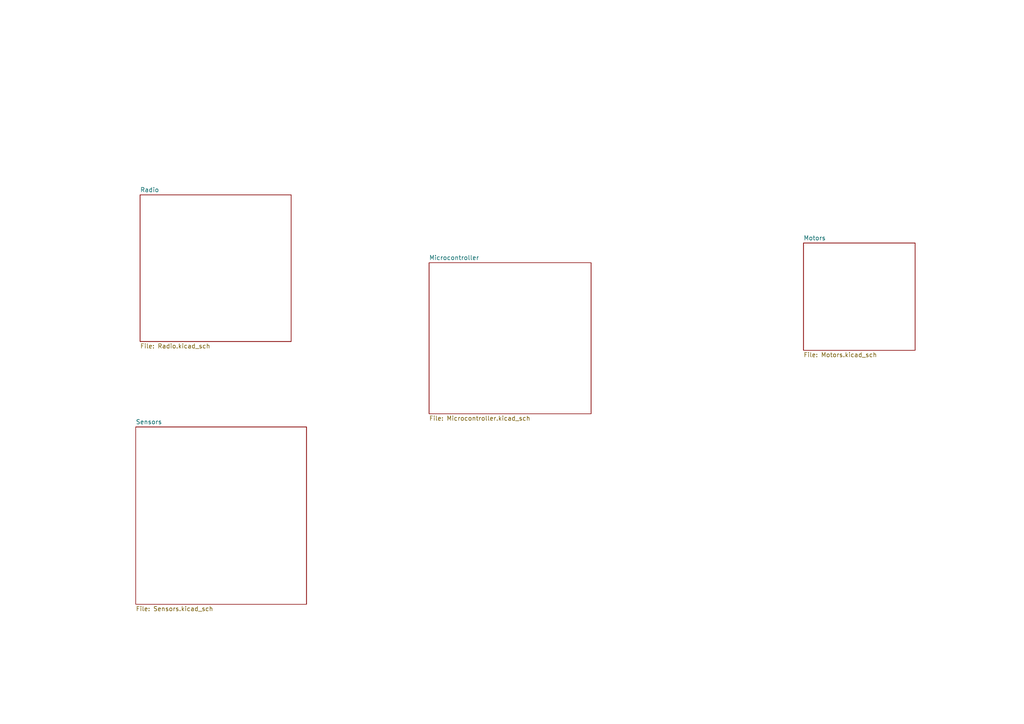
<source format=kicad_sch>
(kicad_sch (version 20230121) (generator eeschema)
  (paper "A4")
  (lib_symbols)
  (sheet (at 40.64 56.515) (size 43.815 42.545) (stroke (width 0.1524))
    (property "Sheetname" "Radio" (at 40.64 55.8034 0) (effects (justify left bottom)))
    (property "Sheetfile" "Radio.kicad_sch" (at 40.64 99.6446 0) (effects (justify left top)))
  )
  (sheet (at 39.37 123.825) (size 49.53 51.435) (stroke (width 0.1524))
    (property "Sheetname" "Sensors" (at 39.37 123.1134 0) (effects (justify left bottom)))
    (property "Sheetfile" "Sensors.kicad_sch" (at 39.37 175.8446 0) (effects (justify left top)))
  )
  (sheet (at 233.045 70.485) (size 32.385 31.115) (stroke (width 0.1524))
    (property "Sheetname" "Motors" (at 233.045 69.7734 0) (effects (justify left bottom)))
    (property "Sheetfile" "Motors.kicad_sch" (at 233.045 102.1846 0) (effects (justify left top)))
  )
  (sheet (at 124.46 76.2) (size 46.99 43.815) (stroke (width 0.1524))
    (property "Sheetname" "Microcontroller" (at 124.46 75.4884 0) (effects (justify left bottom)))
    (property "Sheetfile" "Microcontroller.kicad_sch" (at 124.46 120.5996 0) (effects (justify left top)))
  )
)
</source>
